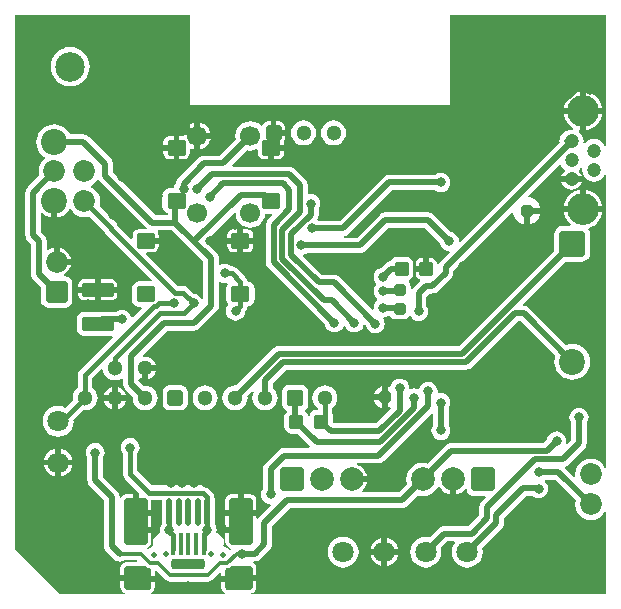
<source format=gbl>
%FSLAX44Y44*%
%MOMM*%
G71*
G01*
G75*
G04 Layer_Physical_Order=2*
G04 Layer_Color=16711680*
G04:AMPARAMS|DCode=10|XSize=1mm|YSize=0.95mm|CornerRadius=0.1995mm|HoleSize=0mm|Usage=FLASHONLY|Rotation=90.000|XOffset=0mm|YOffset=0mm|HoleType=Round|Shape=RoundedRectangle|*
%AMROUNDEDRECTD10*
21,1,1.0000,0.5510,0,0,90.0*
21,1,0.6010,0.9500,0,0,90.0*
1,1,0.3990,0.2755,0.3005*
1,1,0.3990,0.2755,-0.3005*
1,1,0.3990,-0.2755,-0.3005*
1,1,0.3990,-0.2755,0.3005*
%
%ADD10ROUNDEDRECTD10*%
G04:AMPARAMS|DCode=11|XSize=1.05mm|YSize=0.65mm|CornerRadius=0.2015mm|HoleSize=0mm|Usage=FLASHONLY|Rotation=0.000|XOffset=0mm|YOffset=0mm|HoleType=Round|Shape=RoundedRectangle|*
%AMROUNDEDRECTD11*
21,1,1.0500,0.2470,0,0,0.0*
21,1,0.6470,0.6500,0,0,0.0*
1,1,0.4030,0.3235,-0.1235*
1,1,0.4030,-0.3235,-0.1235*
1,1,0.4030,-0.3235,0.1235*
1,1,0.4030,0.3235,0.1235*
%
%ADD11ROUNDEDRECTD11*%
G04:AMPARAMS|DCode=12|XSize=1mm|YSize=0.9mm|CornerRadius=0.198mm|HoleSize=0mm|Usage=FLASHONLY|Rotation=270.000|XOffset=0mm|YOffset=0mm|HoleType=Round|Shape=RoundedRectangle|*
%AMROUNDEDRECTD12*
21,1,1.0000,0.5040,0,0,270.0*
21,1,0.6040,0.9000,0,0,270.0*
1,1,0.3960,-0.2520,-0.3020*
1,1,0.3960,-0.2520,0.3020*
1,1,0.3960,0.2520,0.3020*
1,1,0.3960,0.2520,-0.3020*
%
%ADD12ROUNDEDRECTD12*%
G04:AMPARAMS|DCode=13|XSize=1.45mm|YSize=1.15mm|CornerRadius=0.2013mm|HoleSize=0mm|Usage=FLASHONLY|Rotation=270.000|XOffset=0mm|YOffset=0mm|HoleType=Round|Shape=RoundedRectangle|*
%AMROUNDEDRECTD13*
21,1,1.4500,0.7475,0,0,270.0*
21,1,1.0475,1.1500,0,0,270.0*
1,1,0.4025,-0.3738,-0.5238*
1,1,0.4025,-0.3738,0.5238*
1,1,0.4025,0.3738,0.5238*
1,1,0.4025,0.3738,-0.5238*
%
%ADD13ROUNDEDRECTD13*%
G04:AMPARAMS|DCode=14|XSize=2.5mm|YSize=2mm|CornerRadius=0.25mm|HoleSize=0mm|Usage=FLASHONLY|Rotation=270.000|XOffset=0mm|YOffset=0mm|HoleType=Round|Shape=RoundedRectangle|*
%AMROUNDEDRECTD14*
21,1,2.5000,1.5000,0,0,270.0*
21,1,2.0000,2.0000,0,0,270.0*
1,1,0.5000,-0.7500,-1.0000*
1,1,0.5000,-0.7500,1.0000*
1,1,0.5000,0.7500,1.0000*
1,1,0.5000,0.7500,-1.0000*
%
%ADD14ROUNDEDRECTD14*%
G04:AMPARAMS|DCode=15|XSize=1mm|YSize=0.9mm|CornerRadius=0.198mm|HoleSize=0mm|Usage=FLASHONLY|Rotation=0.000|XOffset=0mm|YOffset=0mm|HoleType=Round|Shape=RoundedRectangle|*
%AMROUNDEDRECTD15*
21,1,1.0000,0.5040,0,0,0.0*
21,1,0.6040,0.9000,0,0,0.0*
1,1,0.3960,0.3020,-0.2520*
1,1,0.3960,-0.3020,-0.2520*
1,1,0.3960,-0.3020,0.2520*
1,1,0.3960,0.3020,0.2520*
%
%ADD15ROUNDEDRECTD15*%
%ADD16O,0.5000X2.5000*%
%ADD17O,2.5000X0.5000*%
G04:AMPARAMS|DCode=18|XSize=0.7mm|YSize=1.5mm|CornerRadius=0.175mm|HoleSize=0mm|Usage=FLASHONLY|Rotation=180.000|XOffset=0mm|YOffset=0mm|HoleType=Round|Shape=RoundedRectangle|*
%AMROUNDEDRECTD18*
21,1,0.7000,1.1500,0,0,180.0*
21,1,0.3500,1.5000,0,0,180.0*
1,1,0.3500,-0.1750,0.5750*
1,1,0.3500,0.1750,0.5750*
1,1,0.3500,0.1750,-0.5750*
1,1,0.3500,-0.1750,-0.5750*
%
%ADD18ROUNDEDRECTD18*%
G04:AMPARAMS|DCode=19|XSize=0.8mm|YSize=2mm|CornerRadius=0.2mm|HoleSize=0mm|Usage=FLASHONLY|Rotation=0.000|XOffset=0mm|YOffset=0mm|HoleType=Round|Shape=RoundedRectangle|*
%AMROUNDEDRECTD19*
21,1,0.8000,1.6000,0,0,0.0*
21,1,0.4000,2.0000,0,0,0.0*
1,1,0.4000,0.2000,-0.8000*
1,1,0.4000,-0.2000,-0.8000*
1,1,0.4000,-0.2000,0.8000*
1,1,0.4000,0.2000,0.8000*
%
%ADD19ROUNDEDRECTD19*%
G04:AMPARAMS|DCode=20|XSize=0.7mm|YSize=1mm|CornerRadius=0.175mm|HoleSize=0mm|Usage=FLASHONLY|Rotation=180.000|XOffset=0mm|YOffset=0mm|HoleType=Round|Shape=RoundedRectangle|*
%AMROUNDEDRECTD20*
21,1,0.7000,0.6500,0,0,180.0*
21,1,0.3500,1.0000,0,0,180.0*
1,1,0.3500,-0.1750,0.3250*
1,1,0.3500,0.1750,0.3250*
1,1,0.3500,0.1750,-0.3250*
1,1,0.3500,-0.1750,-0.3250*
%
%ADD20ROUNDEDRECTD20*%
G04:AMPARAMS|DCode=21|XSize=1.2mm|YSize=2mm|CornerRadius=0.3mm|HoleSize=0mm|Usage=FLASHONLY|Rotation=180.000|XOffset=0mm|YOffset=0mm|HoleType=Round|Shape=RoundedRectangle|*
%AMROUNDEDRECTD21*
21,1,1.2000,1.4000,0,0,180.0*
21,1,0.6000,2.0000,0,0,180.0*
1,1,0.6000,-0.3000,0.7000*
1,1,0.6000,0.3000,0.7000*
1,1,0.6000,0.3000,-0.7000*
1,1,0.6000,-0.3000,-0.7000*
%
%ADD21ROUNDEDRECTD21*%
G04:AMPARAMS|DCode=22|XSize=1mm|YSize=0.95mm|CornerRadius=0.1995mm|HoleSize=0mm|Usage=FLASHONLY|Rotation=180.000|XOffset=0mm|YOffset=0mm|HoleType=Round|Shape=RoundedRectangle|*
%AMROUNDEDRECTD22*
21,1,1.0000,0.5510,0,0,180.0*
21,1,0.6010,0.9500,0,0,180.0*
1,1,0.3990,-0.3005,0.2755*
1,1,0.3990,0.3005,0.2755*
1,1,0.3990,0.3005,-0.2755*
1,1,0.3990,-0.3005,-0.2755*
%
%ADD22ROUNDEDRECTD22*%
%ADD23R,0.4000X1.4000*%
G04:AMPARAMS|DCode=24|XSize=1.8mm|YSize=1.9mm|CornerRadius=0.45mm|HoleSize=0mm|Usage=FLASHONLY|Rotation=0.000|XOffset=0mm|YOffset=0mm|HoleType=Round|Shape=RoundedRectangle|*
%AMROUNDEDRECTD24*
21,1,1.8000,1.0000,0,0,0.0*
21,1,0.9000,1.9000,0,0,0.0*
1,1,0.9000,0.4500,-0.5000*
1,1,0.9000,-0.4500,-0.5000*
1,1,0.9000,-0.4500,0.5000*
1,1,0.9000,0.4500,0.5000*
%
%ADD24ROUNDEDRECTD24*%
%ADD25O,0.7000X2.5000*%
%ADD26O,2.5000X0.7000*%
G04:AMPARAMS|DCode=27|XSize=1.1mm|YSize=0.6mm|CornerRadius=0.201mm|HoleSize=0mm|Usage=FLASHONLY|Rotation=180.000|XOffset=0mm|YOffset=0mm|HoleType=Round|Shape=RoundedRectangle|*
%AMROUNDEDRECTD27*
21,1,1.1000,0.1980,0,0,180.0*
21,1,0.6980,0.6000,0,0,180.0*
1,1,0.4020,-0.3490,0.0990*
1,1,0.4020,0.3490,0.0990*
1,1,0.4020,0.3490,-0.0990*
1,1,0.4020,-0.3490,-0.0990*
%
%ADD27ROUNDEDRECTD27*%
G04:AMPARAMS|DCode=28|XSize=2.3mm|YSize=0.5mm|CornerRadius=0.2mm|HoleSize=0mm|Usage=FLASHONLY|Rotation=90.000|XOffset=0mm|YOffset=0mm|HoleType=Round|Shape=RoundedRectangle|*
%AMROUNDEDRECTD28*
21,1,2.3000,0.1000,0,0,90.0*
21,1,1.9000,0.5000,0,0,90.0*
1,1,0.4000,0.0500,0.9500*
1,1,0.4000,0.0500,-0.9500*
1,1,0.4000,-0.0500,-0.9500*
1,1,0.4000,-0.0500,0.9500*
%
%ADD28ROUNDEDRECTD28*%
G04:AMPARAMS|DCode=29|XSize=2.5mm|YSize=2mm|CornerRadius=0.2mm|HoleSize=0mm|Usage=FLASHONLY|Rotation=90.000|XOffset=0mm|YOffset=0mm|HoleType=Round|Shape=RoundedRectangle|*
%AMROUNDEDRECTD29*
21,1,2.5000,1.6000,0,0,90.0*
21,1,2.1000,2.0000,0,0,90.0*
1,1,0.4000,0.8000,1.0500*
1,1,0.4000,0.8000,-1.0500*
1,1,0.4000,-0.8000,-1.0500*
1,1,0.4000,-0.8000,1.0500*
%
%ADD29ROUNDEDRECTD29*%
G04:AMPARAMS|DCode=30|XSize=2.5mm|YSize=1.7mm|CornerRadius=0.204mm|HoleSize=0mm|Usage=FLASHONLY|Rotation=0.000|XOffset=0mm|YOffset=0mm|HoleType=Round|Shape=RoundedRectangle|*
%AMROUNDEDRECTD30*
21,1,2.5000,1.2920,0,0,0.0*
21,1,2.0920,1.7000,0,0,0.0*
1,1,0.4080,1.0460,-0.6460*
1,1,0.4080,-1.0460,-0.6460*
1,1,0.4080,-1.0460,0.6460*
1,1,0.4080,1.0460,0.6460*
%
%ADD30ROUNDEDRECTD30*%
G04:AMPARAMS|DCode=31|XSize=0.5mm|YSize=0.6mm|CornerRadius=0.1625mm|HoleSize=0mm|Usage=FLASHONLY|Rotation=270.000|XOffset=0mm|YOffset=0mm|HoleType=Round|Shape=RoundedRectangle|*
%AMROUNDEDRECTD31*
21,1,0.5000,0.2750,0,0,270.0*
21,1,0.1750,0.6000,0,0,270.0*
1,1,0.3250,-0.1375,-0.0875*
1,1,0.3250,-0.1375,0.0875*
1,1,0.3250,0.1375,0.0875*
1,1,0.3250,0.1375,-0.0875*
%
%ADD31ROUNDEDRECTD31*%
G04:AMPARAMS|DCode=32|XSize=0.67mm|YSize=0.67mm|CornerRadius=0.1508mm|HoleSize=0mm|Usage=FLASHONLY|Rotation=270.000|XOffset=0mm|YOffset=0mm|HoleType=Round|Shape=RoundedRectangle|*
%AMROUNDEDRECTD32*
21,1,0.6700,0.3685,0,0,270.0*
21,1,0.3685,0.6700,0,0,270.0*
1,1,0.3015,-0.1843,-0.1843*
1,1,0.3015,-0.1843,0.1843*
1,1,0.3015,0.1843,0.1843*
1,1,0.3015,0.1843,-0.1843*
%
%ADD32ROUNDEDRECTD32*%
G04:AMPARAMS|DCode=33|XSize=1.05mm|YSize=0.65mm|CornerRadius=0.2015mm|HoleSize=0mm|Usage=FLASHONLY|Rotation=90.000|XOffset=0mm|YOffset=0mm|HoleType=Round|Shape=RoundedRectangle|*
%AMROUNDEDRECTD33*
21,1,1.0500,0.2470,0,0,90.0*
21,1,0.6470,0.6500,0,0,90.0*
1,1,0.4030,0.1235,0.3235*
1,1,0.4030,0.1235,-0.3235*
1,1,0.4030,-0.1235,-0.3235*
1,1,0.4030,-0.1235,0.3235*
%
%ADD33ROUNDEDRECTD33*%
G04:AMPARAMS|DCode=34|XSize=2.5mm|YSize=1.7mm|CornerRadius=0.204mm|HoleSize=0mm|Usage=FLASHONLY|Rotation=90.000|XOffset=0mm|YOffset=0mm|HoleType=Round|Shape=RoundedRectangle|*
%AMROUNDEDRECTD34*
21,1,2.5000,1.2920,0,0,90.0*
21,1,2.0920,1.7000,0,0,90.0*
1,1,0.4080,0.6460,1.0460*
1,1,0.4080,0.6460,-1.0460*
1,1,0.4080,-0.6460,-1.0460*
1,1,0.4080,-0.6460,1.0460*
%
%ADD34ROUNDEDRECTD34*%
%ADD35R,0.4000X1.6000*%
%ADD36C,0.5000*%
%ADD37C,1.2000*%
%ADD38C,0.4000*%
%ADD39C,1.8500*%
%ADD40C,2.2000*%
%ADD41C,1.7000*%
%ADD42C,0.5000*%
G04:AMPARAMS|DCode=43|XSize=1.85mm|YSize=1.85mm|CornerRadius=0.2313mm|HoleSize=0mm|Usage=FLASHONLY|Rotation=270.000|XOffset=0mm|YOffset=0mm|HoleType=Round|Shape=RoundedRectangle|*
%AMROUNDEDRECTD43*
21,1,1.8500,1.3875,0,0,270.0*
21,1,1.3875,1.8500,0,0,270.0*
1,1,0.4625,-0.6937,-0.6937*
1,1,0.4625,-0.6937,0.6937*
1,1,0.4625,0.6937,0.6937*
1,1,0.4625,0.6937,-0.6937*
%
%ADD43ROUNDEDRECTD43*%
%ADD44C,1.8000*%
%ADD45C,2.5000*%
%ADD46C,1.3000*%
G04:AMPARAMS|DCode=47|XSize=1.3mm|YSize=1.3mm|CornerRadius=0.1625mm|HoleSize=0mm|Usage=FLASHONLY|Rotation=180.000|XOffset=0mm|YOffset=0mm|HoleType=Round|Shape=RoundedRectangle|*
%AMROUNDEDRECTD47*
21,1,1.3000,0.9750,0,0,180.0*
21,1,0.9750,1.3000,0,0,180.0*
1,1,0.3250,-0.4875,0.4875*
1,1,0.3250,0.4875,0.4875*
1,1,0.3250,0.4875,-0.4875*
1,1,0.3250,-0.4875,-0.4875*
%
%ADD47ROUNDEDRECTD47*%
%ADD48C,2.0000*%
G04:AMPARAMS|DCode=49|XSize=2mm|YSize=2mm|CornerRadius=0.25mm|HoleSize=0mm|Usage=FLASHONLY|Rotation=0.000|XOffset=0mm|YOffset=0mm|HoleType=Round|Shape=RoundedRectangle|*
%AMROUNDEDRECTD49*
21,1,2.0000,1.5000,0,0,0.0*
21,1,1.5000,2.0000,0,0,0.0*
1,1,0.5000,0.7500,-0.7500*
1,1,0.5000,-0.7500,-0.7500*
1,1,0.5000,-0.7500,0.7500*
1,1,0.5000,0.7500,0.7500*
%
%ADD49ROUNDEDRECTD49*%
G04:AMPARAMS|DCode=50|XSize=2.2mm|YSize=2.2mm|CornerRadius=0.275mm|HoleSize=0mm|Usage=FLASHONLY|Rotation=90.000|XOffset=0mm|YOffset=0mm|HoleType=Round|Shape=RoundedRectangle|*
%AMROUNDEDRECTD50*
21,1,2.2000,1.6500,0,0,90.0*
21,1,1.6500,2.2000,0,0,90.0*
1,1,0.5500,0.8250,0.8250*
1,1,0.5500,0.8250,-0.8250*
1,1,0.5500,-0.8250,-0.8250*
1,1,0.5500,-0.8250,0.8250*
%
%ADD50ROUNDEDRECTD50*%
G04:AMPARAMS|DCode=51|XSize=1.4mm|YSize=1.4mm|CornerRadius=0.175mm|HoleSize=0mm|Usage=FLASHONLY|Rotation=0.000|XOffset=0mm|YOffset=0mm|HoleType=Round|Shape=RoundedRectangle|*
%AMROUNDEDRECTD51*
21,1,1.4000,1.0500,0,0,0.0*
21,1,1.0500,1.4000,0,0,0.0*
1,1,0.3500,0.5250,-0.5250*
1,1,0.3500,-0.5250,-0.5250*
1,1,0.3500,-0.5250,0.5250*
1,1,0.3500,0.5250,0.5250*
%
%ADD51ROUNDEDRECTD51*%
G04:AMPARAMS|DCode=52|XSize=1mm|YSize=1mm|CornerRadius=0.25mm|HoleSize=0mm|Usage=FLASHONLY|Rotation=90.000|XOffset=0mm|YOffset=0mm|HoleType=Round|Shape=RoundedRectangle|*
%AMROUNDEDRECTD52*
21,1,1.0000,0.5000,0,0,90.0*
21,1,0.5000,1.0000,0,0,90.0*
1,1,0.5000,0.2500,0.2500*
1,1,0.5000,0.2500,-0.2500*
1,1,0.5000,-0.2500,-0.2500*
1,1,0.5000,-0.2500,0.2500*
%
%ADD52ROUNDEDRECTD52*%
%ADD53C,0.1000*%
%ADD54C,7.0000*%
G04:AMPARAMS|DCode=55|XSize=0.9mm|YSize=2.8mm|CornerRadius=0.225mm|HoleSize=0mm|Usage=FLASHONLY|Rotation=90.000|XOffset=0mm|YOffset=0mm|HoleType=Round|Shape=RoundedRectangle|*
%AMROUNDEDRECTD55*
21,1,0.9000,2.3500,0,0,90.0*
21,1,0.4500,2.8000,0,0,90.0*
1,1,0.4500,1.1750,0.2250*
1,1,0.4500,1.1750,-0.2250*
1,1,0.4500,-1.1750,-0.2250*
1,1,0.4500,-1.1750,0.2250*
%
%ADD55ROUNDEDRECTD55*%
%ADD56C,2.7000*%
%ADD57C,1.2000*%
%ADD58C,0.8000*%
G04:AMPARAMS|DCode=59|XSize=2mm|YSize=2mm|CornerRadius=0.2mm|HoleSize=0mm|Usage=FLASHONLY|Rotation=90.000|XOffset=0mm|YOffset=0mm|HoleType=Round|Shape=RoundedRectangle|*
%AMROUNDEDRECTD59*
21,1,2.0000,1.6000,0,0,90.0*
21,1,1.6000,2.0000,0,0,90.0*
1,1,0.4000,0.8000,0.8000*
1,1,0.4000,0.8000,-0.8000*
1,1,0.4000,-0.8000,-0.8000*
1,1,0.4000,-0.8000,0.8000*
%
%ADD59ROUNDEDRECTD59*%
G04:AMPARAMS|DCode=60|XSize=1.7mm|YSize=1.9mm|CornerRadius=0.2125mm|HoleSize=0mm|Usage=FLASHONLY|Rotation=180.000|XOffset=0mm|YOffset=0mm|HoleType=Round|Shape=RoundedRectangle|*
%AMROUNDEDRECTD60*
21,1,1.7000,1.4750,0,0,180.0*
21,1,1.2750,1.9000,0,0,180.0*
1,1,0.4250,-0.6375,0.7375*
1,1,0.4250,0.6375,0.7375*
1,1,0.4250,0.6375,-0.7375*
1,1,0.4250,-0.6375,-0.7375*
%
%ADD60ROUNDEDRECTD60*%
G04:AMPARAMS|DCode=61|XSize=1.8mm|YSize=1.9mm|CornerRadius=0.225mm|HoleSize=0mm|Usage=FLASHONLY|Rotation=180.000|XOffset=0mm|YOffset=0mm|HoleType=Round|Shape=RoundedRectangle|*
%AMROUNDEDRECTD61*
21,1,1.8000,1.4500,0,0,180.0*
21,1,1.3500,1.9000,0,0,180.0*
1,1,0.4500,-0.6750,0.7250*
1,1,0.4500,0.6750,0.7250*
1,1,0.4500,0.6750,-0.7250*
1,1,0.4500,-0.6750,-0.7250*
%
%ADD61ROUNDEDRECTD61*%
G04:AMPARAMS|DCode=62|XSize=1.6mm|YSize=1.3mm|CornerRadius=0.2015mm|HoleSize=0mm|Usage=FLASHONLY|Rotation=180.000|XOffset=0mm|YOffset=0mm|HoleType=Round|Shape=RoundedRectangle|*
%AMROUNDEDRECTD62*
21,1,1.6000,0.8970,0,0,180.0*
21,1,1.1970,1.3000,0,0,180.0*
1,1,0.4030,-0.5985,0.4485*
1,1,0.4030,0.5985,0.4485*
1,1,0.4030,0.5985,-0.4485*
1,1,0.4030,-0.5985,-0.4485*
%
%ADD62ROUNDEDRECTD62*%
G04:AMPARAMS|DCode=63|XSize=2.7mm|YSize=1.2mm|CornerRadius=0.21mm|HoleSize=0mm|Usage=FLASHONLY|Rotation=0.000|XOffset=0mm|YOffset=0mm|HoleType=Round|Shape=RoundedRectangle|*
%AMROUNDEDRECTD63*
21,1,2.7000,0.7800,0,0,0.0*
21,1,2.2800,1.2000,0,0,0.0*
1,1,0.4200,1.1400,-0.3900*
1,1,0.4200,-1.1400,-0.3900*
1,1,0.4200,-1.1400,0.3900*
1,1,0.4200,1.1400,0.3900*
%
%ADD63ROUNDEDRECTD63*%
G04:AMPARAMS|DCode=64|XSize=1.2mm|YSize=1.2mm|CornerRadius=0.198mm|HoleSize=0mm|Usage=FLASHONLY|Rotation=0.000|XOffset=0mm|YOffset=0mm|HoleType=Round|Shape=RoundedRectangle|*
%AMROUNDEDRECTD64*
21,1,1.2000,0.8040,0,0,0.0*
21,1,0.8040,1.2000,0,0,0.0*
1,1,0.3960,0.4020,-0.4020*
1,1,0.3960,-0.4020,-0.4020*
1,1,0.3960,-0.4020,0.4020*
1,1,0.3960,0.4020,0.4020*
%
%ADD64ROUNDEDRECTD64*%
G04:AMPARAMS|DCode=65|XSize=0.7mm|YSize=2.5mm|CornerRadius=0.175mm|HoleSize=0mm|Usage=FLASHONLY|Rotation=0.000|XOffset=0mm|YOffset=0mm|HoleType=Round|Shape=RoundedRectangle|*
%AMROUNDEDRECTD65*
21,1,0.7000,2.1500,0,0,0.0*
21,1,0.3500,2.5000,0,0,0.0*
1,1,0.3500,0.1750,-1.0750*
1,1,0.3500,-0.1750,-1.0750*
1,1,0.3500,-0.1750,1.0750*
1,1,0.3500,0.1750,1.0750*
%
%ADD65ROUNDEDRECTD65*%
%ADD66C,0.3000*%
%ADD67C,5.0000*%
G36*
X326500Y37717D02*
X327394Y37835D01*
X330556Y39144D01*
X333272Y41228D01*
X334231Y42479D01*
X335559Y42123D01*
X335667Y41303D01*
X336322Y39722D01*
X337364Y38364D01*
X338722Y37322D01*
X340303Y36667D01*
X342000Y36444D01*
X351513D01*
X351999Y35271D01*
X348364Y31636D01*
X347322Y30278D01*
X346939Y29352D01*
X346667Y28697D01*
X346444Y27000D01*
Y20316D01*
X337184Y11056D01*
X316500D01*
X314803Y10833D01*
X314148Y10561D01*
X313222Y10178D01*
X311864Y9136D01*
X304394Y1665D01*
X304394D01*
X301000Y2112D01*
X297606Y1665D01*
X294444Y355D01*
X291728Y-1728D01*
X289645Y-4444D01*
X288335Y-7606D01*
X287888Y-11000D01*
X288335Y-14394D01*
X289645Y-17556D01*
X291728Y-20272D01*
X294444Y-22355D01*
X297606Y-23665D01*
X301000Y-24112D01*
X304394Y-23665D01*
X307556Y-22355D01*
X310272Y-20272D01*
X312355Y-17556D01*
X313665Y-14394D01*
X314112Y-11000D01*
X313665Y-7606D01*
Y-7606D01*
X319216Y-2056D01*
X325041D01*
X325603Y-3195D01*
X324645Y-4444D01*
X323335Y-7606D01*
X322888Y-11000D01*
X323335Y-14394D01*
X324645Y-17556D01*
X326728Y-20272D01*
X329444Y-22355D01*
X332606Y-23665D01*
X336000Y-24112D01*
X339394Y-23665D01*
X342556Y-22355D01*
X345272Y-20272D01*
X347355Y-17556D01*
X348665Y-14394D01*
X349112Y-11000D01*
X348665Y-7606D01*
X365136Y8864D01*
X366178Y10222D01*
X366641Y11340D01*
X366833Y11803D01*
X367056Y13500D01*
Y17534D01*
X386216Y36694D01*
X391251D01*
X392466Y35762D01*
X394412Y34956D01*
X396500Y34681D01*
X398588Y34956D01*
X400535Y35762D01*
X402206Y37044D01*
X403488Y38716D01*
X404294Y40662D01*
X404569Y42750D01*
X404294Y44838D01*
X403488Y46785D01*
X402206Y48456D01*
X401595Y48924D01*
X402026Y50194D01*
X410584D01*
X427893Y32885D01*
X427841Y32759D01*
X427386Y29300D01*
X427841Y25841D01*
X429176Y22618D01*
X431300Y19850D01*
X434068Y17726D01*
X437291Y16391D01*
X440750Y15936D01*
X444209Y16391D01*
X447432Y17726D01*
X450200Y19850D01*
X452324Y22618D01*
X452671Y23456D01*
X453941Y23204D01*
Y-46941D01*
X153513D01*
X153388Y-45671D01*
X154451Y-45460D01*
X156105Y-44355D01*
X157210Y-42701D01*
X157598Y-40750D01*
Y-35250D01*
X144500D01*
Y-30250D01*
X157598D01*
Y-24750D01*
X157210Y-22799D01*
X156105Y-21145D01*
X154533Y-20095D01*
X154520Y-20002D01*
X155242Y-18825D01*
X156231D01*
X157928Y-18602D01*
X158583Y-18330D01*
X159509Y-17947D01*
X160867Y-16905D01*
X169043Y-8729D01*
X170085Y-7371D01*
X170740Y-5790D01*
X170963Y-4093D01*
Y11192D01*
X186216Y26444D01*
X281000D01*
X282697Y26667D01*
X283487Y26995D01*
X284278Y27322D01*
X285636Y28364D01*
X294341Y37069D01*
X294845Y36860D01*
X298500Y36379D01*
X302155Y36860D01*
X305560Y38271D01*
X308485Y40515D01*
X310729Y43440D01*
X311156Y44471D01*
X312426D01*
X312645Y43944D01*
X314728Y41228D01*
X317444Y39144D01*
X320606Y37835D01*
X321500Y37717D01*
Y50500D01*
X326500D01*
Y37717D01*
D02*
G37*
G36*
X24378Y303809D02*
X24903Y303125D01*
X64660Y263368D01*
X64659Y263352D01*
X64227Y262098D01*
X58015D01*
X56058Y261709D01*
X54399Y260601D01*
X53291Y258942D01*
X52902Y256985D01*
Y254933D01*
X51728Y254447D01*
X39984Y266191D01*
X39226Y267326D01*
X24575Y281976D01*
X24809Y282541D01*
X25264Y286000D01*
X24809Y289459D01*
X23474Y292682D01*
X21350Y295450D01*
X18582Y297574D01*
X17396Y298065D01*
Y299335D01*
X18582Y299826D01*
X21350Y301950D01*
X22814Y303857D01*
X24378Y303809D01*
D02*
G37*
G36*
X313113Y250615D02*
X313206Y249912D01*
X314012Y247966D01*
X315294Y246294D01*
X316966Y245012D01*
X318912Y244206D01*
X320658Y243976D01*
X321265Y242787D01*
X313114Y234636D01*
X312072Y233279D01*
X311868Y232784D01*
X310597Y233020D01*
X310211Y234963D01*
X309110Y236610D01*
X307463Y237711D01*
X305520Y238097D01*
X304000D01*
Y229000D01*
X301500D01*
Y226500D01*
X292402D01*
Y224980D01*
X292789Y223037D01*
X293890Y221390D01*
X295537Y220289D01*
X296188Y220159D01*
X296513Y219189D01*
X296526Y218797D01*
X290364Y212636D01*
X289387Y211363D01*
X289251Y211358D01*
X288117Y212066D01*
Y213755D01*
X287652Y216094D01*
X286404Y217963D01*
X286611Y219299D01*
X286853Y219347D01*
X288831Y220669D01*
X290153Y222647D01*
X290617Y224980D01*
Y233020D01*
X290153Y235353D01*
X288831Y237331D01*
X286853Y238653D01*
X284520Y239117D01*
X276480D01*
X274147Y238653D01*
X272169Y237331D01*
X270884Y235409D01*
X270303Y235333D01*
X269648Y235061D01*
X268722Y234678D01*
X267364Y233636D01*
X263615Y229887D01*
X262912Y229794D01*
X260965Y228988D01*
X259294Y227706D01*
X258012Y226035D01*
X257206Y224088D01*
X256931Y222000D01*
X257206Y219912D01*
X258012Y217966D01*
X258806Y216931D01*
X259177Y216000D01*
X258806Y215069D01*
X258012Y214035D01*
X257206Y212088D01*
X256931Y210000D01*
X257206Y207912D01*
X258012Y205965D01*
X259294Y204294D01*
X259938Y203800D01*
Y202200D01*
X259294Y201706D01*
X258012Y200035D01*
X257206Y198088D01*
X256931Y196000D01*
X257107Y194660D01*
X255905Y194067D01*
X227986Y221986D01*
X226628Y223028D01*
X225702Y223411D01*
X225047Y223683D01*
X223350Y223906D01*
X213066D01*
X197243Y239729D01*
X197651Y240931D01*
X197838Y240956D01*
X199785Y241762D01*
X200347Y242194D01*
X245285D01*
X246982Y242417D01*
X247637Y242689D01*
X248563Y243072D01*
X249921Y244114D01*
X269251Y263444D01*
X300284D01*
X313113Y250615D01*
D02*
G37*
G36*
X80735Y-34665D02*
X82554Y-35881D01*
X84700Y-36308D01*
X116300D01*
X118446Y-35881D01*
X120265Y-34665D01*
X126724Y-28207D01*
X127897Y-28693D01*
Y-31000D01*
X140000D01*
Y-36000D01*
X127897D01*
Y-40750D01*
X128305Y-42798D01*
X129465Y-44535D01*
X131201Y-45695D01*
X130956Y-46941D01*
X68675D01*
X68402Y-45767D01*
X68422Y-45671D01*
X70070Y-44570D01*
X71203Y-42875D01*
X71600Y-40875D01*
Y-36000D01*
X60000D01*
Y-31000D01*
X71600D01*
Y-27327D01*
X72870Y-26801D01*
X80735Y-34665D01*
D02*
G37*
G36*
X453941Y332991D02*
X452671Y332739D01*
X452234Y333793D01*
X450632Y335882D01*
X448543Y337485D01*
X446110Y338493D01*
X443499Y338836D01*
X440889Y338493D01*
X438456Y337485D01*
X436367Y335882D01*
X435625Y334915D01*
X434410Y335418D01*
X434586Y336750D01*
X434242Y339361D01*
X433234Y341793D01*
X431632Y343882D01*
X430462Y344780D01*
X430618Y345401D01*
X431003Y345965D01*
X431500Y345916D01*
Y359750D01*
X417666D01*
X417739Y359015D01*
X418682Y355905D01*
X420214Y353039D01*
X422276Y350526D01*
X424789Y348464D01*
X425745Y347953D01*
X425350Y346724D01*
X424500Y346836D01*
X421889Y346493D01*
X419456Y345485D01*
X417368Y343882D01*
X415765Y341793D01*
X414757Y339361D01*
X414739Y339223D01*
X414417Y338447D01*
X414194Y336750D01*
X414314Y335836D01*
X330213Y251735D01*
X329024Y252342D01*
X328794Y254088D01*
X327988Y256035D01*
X326706Y257706D01*
X325034Y258988D01*
X323088Y259794D01*
X322385Y259887D01*
X307636Y274636D01*
X306278Y275678D01*
X305352Y276061D01*
X304697Y276333D01*
X303000Y276556D01*
X266535D01*
X264839Y276333D01*
X263842Y275920D01*
X263258Y275678D01*
X261900Y274636D01*
X242570Y255306D01*
X232087D01*
X232004Y256576D01*
X232697Y256667D01*
X233487Y256995D01*
X234278Y257322D01*
X235636Y258364D01*
X272716Y295444D01*
X309203D01*
X309765Y295012D01*
X311712Y294206D01*
X313800Y293931D01*
X315888Y294206D01*
X317834Y295012D01*
X319506Y296294D01*
X320788Y297966D01*
X321594Y299912D01*
X321869Y302000D01*
X321594Y304088D01*
X320788Y306035D01*
X319506Y307706D01*
X317834Y308988D01*
X315888Y309794D01*
X313800Y310069D01*
X311712Y309794D01*
X309765Y308988D01*
X309203Y308556D01*
X270000D01*
X268303Y308333D01*
X267306Y307920D01*
X266722Y307678D01*
X265364Y306636D01*
X228284Y269556D01*
X209551D01*
X208887Y270650D01*
X209112Y271070D01*
X209395Y271439D01*
X209778Y272365D01*
X210050Y273020D01*
X210273Y274717D01*
Y279403D01*
X210705Y279965D01*
X211511Y281912D01*
X211786Y284000D01*
X211511Y286088D01*
X210705Y288034D01*
X209423Y289706D01*
X207752Y290988D01*
X205805Y291794D01*
X203717Y292069D01*
X202326Y291886D01*
X201056Y292818D01*
Y299750D01*
X200833Y301447D01*
X200641Y301910D01*
X200178Y303028D01*
X199136Y304386D01*
X190136Y313386D01*
X188778Y314428D01*
X187987Y314755D01*
X187197Y315083D01*
X185500Y315306D01*
X137487D01*
X137001Y316479D01*
X149552Y329030D01*
X152500Y328642D01*
X155763Y329072D01*
X157631Y329846D01*
X158901Y328997D01*
Y326764D01*
X159291Y324808D01*
X160399Y323149D01*
X162058Y322040D01*
X164014Y321651D01*
X167500D01*
Y331249D01*
X170000D01*
Y333749D01*
X181098D01*
Y335734D01*
X180908Y336687D01*
X181332Y337320D01*
X181691Y339125D01*
Y341500D01*
X172100D01*
Y344000D01*
X169600D01*
Y353591D01*
X167225D01*
X165420Y353232D01*
X163891Y352209D01*
X162868Y350680D01*
X162817Y350424D01*
X161460Y350107D01*
X161415Y350165D01*
X158804Y352169D01*
X155763Y353428D01*
X152500Y353858D01*
X149237Y353428D01*
X146196Y352169D01*
X143585Y350165D01*
X141581Y347554D01*
X140322Y344513D01*
X139892Y341250D01*
X140280Y338302D01*
X126534Y324556D01*
X113000D01*
X111303Y324333D01*
X110840Y324141D01*
X109722Y323678D01*
X108364Y322636D01*
X91362Y305633D01*
X90320Y304275D01*
X89936Y303349D01*
X89665Y302694D01*
X89441Y300997D01*
Y300892D01*
X89009Y300329D01*
X88203Y298383D01*
X88004Y296867D01*
X84015D01*
X81668Y296400D01*
X79678Y295071D01*
X78348Y293081D01*
X77882Y290734D01*
Y281764D01*
X78348Y279417D01*
X79678Y277428D01*
X81668Y276098D01*
X82444Y275944D01*
Y274556D01*
X72015D01*
X36095Y310476D01*
Y317651D01*
X35871Y319348D01*
X35458Y320345D01*
X35216Y320929D01*
X34174Y322287D01*
X15825Y340636D01*
X14468Y341678D01*
X13677Y342005D01*
X12886Y342333D01*
X11190Y342556D01*
X4D01*
X-968Y344374D01*
X-2842Y346658D01*
X-5126Y348532D01*
X-7732Y349925D01*
X-10560Y350783D01*
X-13500Y351073D01*
X-16441Y350783D01*
X-19268Y349925D01*
X-21874Y348532D01*
X-24158Y346658D01*
X-26032Y344374D01*
X-27425Y341768D01*
X-28283Y338941D01*
X-28572Y336000D01*
X-28283Y333060D01*
X-27425Y330232D01*
X-26032Y327626D01*
X-24158Y325342D01*
X-21874Y323468D01*
X-21531Y323284D01*
X-21427Y322019D01*
X-22950Y320850D01*
X-25074Y318082D01*
X-26409Y314859D01*
X-26864Y311400D01*
X-26409Y307941D01*
X-26357Y307815D01*
X-36136Y298036D01*
X-37178Y296678D01*
X-37505Y295887D01*
X-37833Y295097D01*
X-38056Y293400D01*
Y257200D01*
X-37833Y255503D01*
X-37505Y254713D01*
X-37178Y253922D01*
X-36136Y252564D01*
X-33056Y249484D01*
Y224300D01*
X-32833Y222603D01*
X-32505Y221812D01*
X-32178Y221022D01*
X-31136Y219664D01*
X-24874Y213402D01*
Y202362D01*
X-24384Y199900D01*
X-22989Y197811D01*
X-20900Y196416D01*
X-18438Y195926D01*
X-4563D01*
X-2100Y196416D01*
X-12Y197811D01*
X1384Y199900D01*
X1874Y202362D01*
Y216238D01*
X1384Y218701D01*
X-12Y220788D01*
X-2100Y222184D01*
X-4563Y222674D01*
X-5205D01*
X-5457Y223944D01*
X-5322Y224000D01*
X-2763Y225963D01*
X-800Y228522D01*
X435Y231502D01*
X527Y232200D01*
X-11500D01*
Y234700D01*
X-14000D01*
Y246727D01*
X-14698Y246635D01*
X-17678Y245400D01*
X-18805Y244536D01*
X-19944Y245097D01*
Y252200D01*
X-20167Y253897D01*
X-20495Y254688D01*
X-20822Y255478D01*
X-21864Y256836D01*
X-24944Y259916D01*
Y275941D01*
X-23741Y276349D01*
X-23485Y276015D01*
X-20560Y273771D01*
X-17155Y272360D01*
X-16000Y272208D01*
Y286000D01*
X-11000D01*
Y272208D01*
X-9845Y272360D01*
X-6440Y273771D01*
X-3515Y276015D01*
X-1271Y278940D01*
X-1029Y279524D01*
X241D01*
X326Y279318D01*
X2450Y276550D01*
X5218Y274426D01*
X8441Y273091D01*
X11900Y272636D01*
X15359Y273091D01*
X15924Y273325D01*
X29816Y259433D01*
X30574Y258298D01*
X69484Y219388D01*
X68958Y218118D01*
X58015D01*
X55668Y217651D01*
X53678Y216322D01*
X52349Y214332D01*
X51882Y211985D01*
Y203015D01*
X52349Y200668D01*
X53678Y198678D01*
X55668Y197349D01*
X58015Y196882D01*
X60171D01*
X60657Y195709D01*
X52767Y187819D01*
X51491Y188338D01*
X50788Y190035D01*
X49506Y191706D01*
X47835Y192988D01*
X45888Y193794D01*
X43800Y194069D01*
X41712Y193794D01*
X39766Y192988D01*
X39203Y192556D01*
X27000D01*
X25303Y192333D01*
X25271Y192320D01*
X11800D01*
X9420Y191846D01*
X7402Y190498D01*
X6054Y188480D01*
X5580Y186100D01*
Y178300D01*
X6054Y175920D01*
X7402Y173902D01*
X9420Y172554D01*
X11800Y172080D01*
X34600D01*
X35390Y172238D01*
X36016Y171067D01*
X8274Y143326D01*
X6948Y141341D01*
X6482Y139000D01*
Y128041D01*
X5111Y126989D01*
X3428Y124795D01*
X2370Y122241D01*
X2009Y119500D01*
X2235Y117787D01*
X-4176Y111376D01*
X-6806Y112465D01*
X-10200Y112912D01*
X-13594Y112465D01*
X-16756Y111155D01*
X-19472Y109072D01*
X-21556Y106356D01*
X-22865Y103194D01*
X-23312Y99800D01*
X-22865Y96406D01*
X-21556Y93244D01*
X-19472Y90528D01*
X-16756Y88444D01*
X-13594Y87135D01*
X-10200Y86688D01*
X-6806Y87135D01*
X-3644Y88444D01*
X-928Y90528D01*
X1155Y93244D01*
X2465Y96406D01*
X2912Y99800D01*
X2754Y101002D01*
X10886Y109135D01*
X12600Y108909D01*
X15341Y109270D01*
X17895Y110328D01*
X20089Y112011D01*
X21772Y114205D01*
X22830Y116759D01*
X23191Y119500D01*
X22830Y122241D01*
X21772Y124795D01*
X20089Y126989D01*
X18717Y128041D01*
Y136466D01*
X26071Y143819D01*
X27412Y143364D01*
X27570Y142159D01*
X28628Y139605D01*
X30311Y137411D01*
X32505Y135728D01*
X35059Y134670D01*
X37800Y134309D01*
X40541Y134670D01*
X43095Y135728D01*
X43505Y136043D01*
X44644Y135481D01*
Y131700D01*
X44867Y130003D01*
X45139Y129348D01*
X45522Y128422D01*
X46564Y127064D01*
X52963Y120666D01*
X52809Y119500D01*
X53170Y116759D01*
X54228Y114205D01*
X55911Y112011D01*
X58105Y110328D01*
X60659Y109270D01*
X63400Y108909D01*
X66141Y109270D01*
X68695Y110328D01*
X70889Y112011D01*
X72572Y114205D01*
X73630Y116759D01*
X73991Y119500D01*
X73630Y122241D01*
X72572Y124795D01*
X70889Y126989D01*
X68695Y128672D01*
X66141Y129730D01*
X63400Y130091D01*
X62235Y129937D01*
X57761Y134411D01*
X57846Y135648D01*
X59026Y136346D01*
X60700Y135653D01*
Y144900D01*
X63200D01*
Y147400D01*
X72447D01*
X71498Y149691D01*
X69976Y151675D01*
X67991Y153198D01*
X65680Y154155D01*
X63200Y154482D01*
X61875Y154307D01*
X61282Y155510D01*
X82316Y176544D01*
X104800D01*
X106497Y176767D01*
X107152Y177039D01*
X108078Y177422D01*
X109436Y178464D01*
X123936Y192964D01*
X124457Y193643D01*
X124978Y194322D01*
X125633Y195903D01*
X125856Y197600D01*
Y217262D01*
X127126Y217863D01*
X128712Y217206D01*
X130800Y216931D01*
X132855Y217202D01*
X132961Y217089D01*
X133528Y216096D01*
X132349Y214332D01*
X131882Y211985D01*
Y203015D01*
X132349Y200668D01*
X133678Y198678D01*
X133784Y198040D01*
X133012Y197034D01*
X132206Y195088D01*
X131931Y193000D01*
X132206Y190912D01*
X133012Y188965D01*
X134294Y187294D01*
X135965Y186012D01*
X137912Y185206D01*
X140000Y184931D01*
X142088Y185206D01*
X144035Y186012D01*
X145706Y187294D01*
X146988Y188965D01*
X147794Y190912D01*
X147981Y192329D01*
X148326Y192674D01*
X149652Y194659D01*
X150099Y196905D01*
X152332Y197349D01*
X154321Y198678D01*
X155651Y200668D01*
X156118Y203015D01*
Y211985D01*
X155651Y214332D01*
X154321Y216322D01*
X152332Y217651D01*
X150036Y218108D01*
X149652Y220041D01*
X148326Y222026D01*
X141026Y229326D01*
X139041Y230652D01*
X136700Y231117D01*
X135969D01*
X134834Y231988D01*
X132888Y232794D01*
X130800Y233069D01*
X128712Y232794D01*
X127126Y232137D01*
X125856Y232738D01*
Y237700D01*
X125633Y239397D01*
X125441Y239860D01*
X124978Y240978D01*
X123936Y242336D01*
X114907Y251365D01*
Y252635D01*
X138734Y276463D01*
X139942Y275874D01*
X140322Y272987D01*
X141581Y269946D01*
X143585Y267335D01*
X146196Y265331D01*
X149237Y264072D01*
X152500Y263642D01*
X155763Y264072D01*
X158804Y265331D01*
X161415Y267335D01*
X163419Y269946D01*
X164678Y272987D01*
X165026Y275632D01*
X170700D01*
X171187Y274458D01*
X167464Y270736D01*
X166422Y269378D01*
X166180Y268794D01*
X165767Y267797D01*
X165544Y266100D01*
Y234600D01*
X165767Y232903D01*
X166095Y232113D01*
X166422Y231322D01*
X167464Y229964D01*
X215813Y181615D01*
X215906Y180912D01*
X216712Y178965D01*
X217994Y177294D01*
X219666Y176012D01*
X221612Y175206D01*
X223700Y174931D01*
X225788Y175206D01*
X227735Y176012D01*
X229406Y177294D01*
X230688Y178965D01*
X231415Y180721D01*
X232129Y180844D01*
X232740Y180723D01*
X233481Y178934D01*
X234763Y177263D01*
X236434Y175981D01*
X238381Y175175D01*
X240469Y174900D01*
X242557Y175175D01*
X244503Y175981D01*
X246175Y177263D01*
X247457Y178934D01*
X248263Y180881D01*
X248311Y181245D01*
X249498Y181692D01*
X250359Y181038D01*
X250446Y180371D01*
X251252Y178425D01*
X252535Y176754D01*
X254206Y175471D01*
X256152Y174665D01*
X258241Y174391D01*
X260329Y174665D01*
X262275Y175471D01*
X263946Y176754D01*
X265229Y178425D01*
X266035Y180371D01*
X266310Y182460D01*
X266035Y184548D01*
X265229Y186494D01*
X265073Y186697D01*
X265660Y188018D01*
X267088Y188206D01*
X269035Y189012D01*
X269478Y189353D01*
X270815Y189207D01*
X271673Y187923D01*
X273656Y186598D01*
X275995Y186133D01*
X282005D01*
X284344Y186598D01*
X286327Y187923D01*
X286814Y188652D01*
X288211Y188456D01*
X289294Y187044D01*
X290965Y185762D01*
X292912Y184956D01*
X295000Y184681D01*
X297088Y184956D01*
X299035Y185762D01*
X300706Y187044D01*
X301988Y188715D01*
X302794Y190662D01*
X303069Y192750D01*
X302794Y194838D01*
X301988Y196784D01*
X301556Y197347D01*
Y205284D01*
X303966Y207694D01*
X306500D01*
X308197Y207917D01*
X308987Y208245D01*
X309778Y208572D01*
X311136Y209614D01*
X322386Y220864D01*
X323428Y222222D01*
X323891Y223340D01*
X324083Y223803D01*
X324306Y225500D01*
Y227285D01*
X373677Y276656D01*
X374879Y276247D01*
X375052Y274933D01*
X376236Y272074D01*
X378120Y269620D01*
X380574Y267736D01*
X383433Y266553D01*
X384000Y266478D01*
Y278000D01*
X386500D01*
Y280500D01*
X398022D01*
X397948Y281067D01*
X396764Y283926D01*
X394880Y286380D01*
X392426Y288264D01*
X389567Y289448D01*
X388253Y289621D01*
X387845Y290823D01*
X414067Y317046D01*
X415313Y316798D01*
X415765Y315707D01*
X417368Y313618D01*
X418492Y312755D01*
Y311485D01*
X418081Y311169D01*
X416638Y309289D01*
X415794Y307250D01*
X433205D01*
X432361Y309289D01*
X430918Y311169D01*
X430507Y311485D01*
Y312755D01*
X431632Y313618D01*
X432374Y314585D01*
X433589Y314082D01*
X433413Y312750D01*
X433757Y310140D01*
X434765Y307707D01*
X436367Y305618D01*
X438456Y304015D01*
X440889Y303007D01*
X443499Y302664D01*
X446110Y303007D01*
X448543Y304015D01*
X450632Y305618D01*
X452234Y307707D01*
X452671Y308761D01*
X453941Y308509D01*
Y60796D01*
X452671Y60543D01*
X452324Y61382D01*
X450200Y64150D01*
X447432Y66274D01*
X444209Y67609D01*
X440750Y68064D01*
X437291Y67609D01*
X434068Y66274D01*
X431300Y64150D01*
X429176Y61382D01*
X427841Y58159D01*
X427386Y54700D01*
X427547Y53475D01*
X426408Y52914D01*
X419078Y60244D01*
X419480Y61638D01*
X419602Y61689D01*
X420528Y62072D01*
X421886Y63114D01*
X435386Y76614D01*
X436428Y77972D01*
X437083Y79553D01*
X437306Y81250D01*
Y98405D01*
X437738Y98968D01*
X438544Y100914D01*
X438819Y103003D01*
X438544Y105091D01*
X437738Y107037D01*
X436456Y108708D01*
X434785Y109990D01*
X432838Y110796D01*
X430750Y111072D01*
X428662Y110796D01*
X426716Y109990D01*
X425044Y108708D01*
X423762Y107037D01*
X422956Y105091D01*
X422681Y103003D01*
X422956Y100914D01*
X423762Y98968D01*
X424194Y98405D01*
Y83966D01*
X420717Y80489D01*
X420118Y80705D01*
X419574Y81142D01*
X419819Y83000D01*
X419544Y85088D01*
X418738Y87035D01*
X417456Y88706D01*
X415784Y89988D01*
X413838Y90794D01*
X411750Y91069D01*
X409662Y90794D01*
X407715Y89988D01*
X406044Y88706D01*
X404762Y87035D01*
X403956Y85088D01*
X403863Y84385D01*
X400784Y81306D01*
X322750D01*
X321053Y81083D01*
X320590Y80891D01*
X319472Y80428D01*
X318114Y79386D01*
X302659Y63931D01*
X302155Y64140D01*
X298500Y64621D01*
X294845Y64140D01*
X291440Y62729D01*
X288515Y60485D01*
X286271Y57560D01*
X284860Y54155D01*
X284379Y50500D01*
X284860Y46845D01*
X285069Y46341D01*
X278284Y39556D01*
X247568D01*
X247160Y40759D01*
X247772Y41228D01*
X249855Y43944D01*
X251165Y47106D01*
X251283Y48000D01*
X238500D01*
Y53000D01*
X251283D01*
X251165Y53894D01*
X249855Y57056D01*
X247772Y59772D01*
X245056Y61856D01*
X242597Y62874D01*
X242850Y64144D01*
X260950D01*
X262647Y64367D01*
X263302Y64639D01*
X264228Y65022D01*
X265586Y66064D01*
X306071Y106549D01*
X307244Y106063D01*
Y96597D01*
X306812Y96034D01*
X306006Y94088D01*
X305731Y92000D01*
X306006Y89912D01*
X306812Y87965D01*
X308094Y86294D01*
X309765Y85012D01*
X311712Y84206D01*
X313800Y83931D01*
X315888Y84206D01*
X317834Y85012D01*
X319506Y86294D01*
X320788Y87965D01*
X321594Y89912D01*
X321869Y92000D01*
X321594Y94088D01*
X320788Y96034D01*
X320356Y96597D01*
Y110902D01*
X320788Y111465D01*
X321594Y113411D01*
X321869Y115499D01*
X321594Y117588D01*
X320788Y119534D01*
X319506Y121205D01*
X317834Y122487D01*
X315888Y123294D01*
X313800Y123568D01*
X312133Y123349D01*
X310966Y124218D01*
X311069Y125000D01*
X310794Y127088D01*
X309988Y129035D01*
X308706Y130706D01*
X307034Y131988D01*
X305088Y132794D01*
X303000Y133069D01*
X300912Y132794D01*
X298965Y131988D01*
X297294Y130706D01*
X296012Y129035D01*
X295206Y127088D01*
X293920Y127050D01*
X293088Y127394D01*
X291000Y127669D01*
X288912Y127394D01*
X288275Y127130D01*
X287739Y127383D01*
X287031Y127990D01*
X286794Y129788D01*
X285988Y131735D01*
X284706Y133406D01*
X283034Y134688D01*
X281088Y135494D01*
X279000Y135769D01*
X276912Y135494D01*
X274965Y134688D01*
X273294Y133406D01*
X272012Y131735D01*
X271206Y129788D01*
X271160Y129443D01*
X270061Y128808D01*
X269000Y129247D01*
Y120000D01*
Y110753D01*
X270940Y111556D01*
X271659Y110480D01*
X259086Y97906D01*
X223116D01*
X222617Y98405D01*
Y103270D01*
X222153Y105603D01*
X221618Y106405D01*
Y110959D01*
X222989Y112011D01*
X224672Y114205D01*
X225730Y116759D01*
X226091Y119500D01*
X225730Y122241D01*
X224672Y124795D01*
X222989Y126989D01*
X220795Y128672D01*
X218241Y129730D01*
X215500Y130091D01*
X212759Y129730D01*
X210205Y128672D01*
X208011Y126989D01*
X206328Y124795D01*
X205270Y122241D01*
X204909Y119500D01*
X205270Y116759D01*
X206328Y114205D01*
X208011Y112011D01*
X209382Y110959D01*
Y109367D01*
X208480D01*
X206147Y108903D01*
X204169Y107581D01*
X202847Y105603D01*
X202647Y104600D01*
X201353D01*
X201153Y105603D01*
X199831Y107581D01*
X199118Y108058D01*
X199118Y109585D01*
X199895Y110105D01*
X201166Y112007D01*
X201613Y114250D01*
Y124750D01*
X201166Y126994D01*
X199895Y128896D01*
X197994Y130166D01*
X195750Y130613D01*
X185250D01*
X183006Y130166D01*
X181105Y128896D01*
X179834Y126994D01*
X179387Y124750D01*
Y114250D01*
X179834Y112007D01*
X181105Y110105D01*
X182882Y108917D01*
X183131Y107873D01*
X183169Y107581D01*
X181847Y105603D01*
X181383Y103270D01*
Y95230D01*
X181847Y92897D01*
X183169Y90919D01*
X185147Y89597D01*
X187480Y89133D01*
X192346D01*
X202952Y78526D01*
X202426Y77256D01*
X181200D01*
X179503Y77033D01*
X178713Y76705D01*
X177922Y76378D01*
X176564Y75336D01*
X165064Y63836D01*
X164022Y62478D01*
X163559Y61360D01*
X163367Y60897D01*
X163144Y59200D01*
Y42347D01*
X162712Y41785D01*
X161906Y39838D01*
X161631Y37750D01*
X161906Y35662D01*
X162712Y33716D01*
X163994Y32044D01*
X165665Y30762D01*
X167612Y29956D01*
X169181Y29749D01*
X169693Y28464D01*
X159771Y18543D01*
X158878Y17378D01*
X158139Y17468D01*
X157608Y17723D01*
Y18000D01*
X157598Y18049D01*
Y19750D01*
X131402D01*
Y18049D01*
X131392Y18000D01*
Y10500D01*
X144500D01*
Y5500D01*
X131392D01*
Y-2000D01*
X131819Y-4146D01*
X133035Y-5965D01*
X134854Y-7181D01*
X135562Y-7322D01*
X136032Y-8710D01*
X135787Y-8990D01*
X134428Y-8910D01*
X134064Y-8436D01*
X132654Y-7354D01*
X131012Y-6674D01*
X130440Y-6598D01*
X129639Y-5212D01*
X129794Y-4838D01*
X130069Y-2750D01*
X129794Y-662D01*
X128988Y1285D01*
X127706Y2956D01*
X126034Y4238D01*
X124088Y5044D01*
X124000Y5056D01*
X123794Y5412D01*
X124069Y7500D01*
X123794Y9588D01*
X122988Y11535D01*
X122344Y12374D01*
X122618Y13750D01*
Y32750D01*
X122152Y35091D01*
X122118Y35143D01*
Y35750D01*
X121652Y38091D01*
X120326Y40076D01*
X116760Y43642D01*
X114775Y44968D01*
X112434Y45433D01*
X69218D01*
X56867Y57784D01*
Y72331D01*
X57738Y73465D01*
X58544Y75412D01*
X58819Y77500D01*
X58544Y79588D01*
X57738Y81535D01*
X56456Y83206D01*
X54784Y84488D01*
X52838Y85294D01*
X50750Y85569D01*
X48662Y85294D01*
X46715Y84488D01*
X45044Y83206D01*
X43762Y81535D01*
X42956Y79588D01*
X42681Y77500D01*
X42956Y75412D01*
X43762Y73465D01*
X44632Y72331D01*
Y55250D01*
X45098Y52909D01*
X46424Y50924D01*
X58327Y39021D01*
X58000Y38231D01*
Y24750D01*
X68598D01*
Y32750D01*
X68966Y33198D01*
X77014D01*
X77382Y32750D01*
Y13750D01*
X77656Y12374D01*
X77012Y11535D01*
X76206Y9588D01*
X75931Y7500D01*
X76206Y5412D01*
X75119Y4716D01*
X73966Y4238D01*
X72294Y2956D01*
X71012Y1285D01*
X70206Y-662D01*
X69931Y-2750D01*
X70206Y-4838D01*
X70361Y-5212D01*
X69560Y-6598D01*
X68988Y-6674D01*
X67346Y-7354D01*
X65936Y-8436D01*
X64632Y-8476D01*
X64988Y-7226D01*
X65012Y-7207D01*
X65146Y-7181D01*
X66965Y-5965D01*
X68181Y-4146D01*
X68608Y-2000D01*
Y5500D01*
X55500D01*
Y10500D01*
X68608D01*
Y18000D01*
X68598Y18049D01*
Y19750D01*
X55500D01*
Y22250D01*
X53000D01*
Y37848D01*
X47500D01*
X45549Y37460D01*
X43895Y36355D01*
X43076Y35129D01*
X41806Y35514D01*
Y35569D01*
X41583Y37266D01*
X40928Y38847D01*
X40407Y39526D01*
X39886Y40205D01*
X27556Y52535D01*
Y68653D01*
X27988Y69215D01*
X28794Y71162D01*
X29069Y73250D01*
X28794Y75338D01*
X27988Y77284D01*
X26706Y78956D01*
X25034Y80238D01*
X23088Y81044D01*
X21000Y81319D01*
X18912Y81044D01*
X16966Y80238D01*
X15294Y78956D01*
X14012Y77284D01*
X13206Y75338D01*
X12931Y73250D01*
X13206Y71162D01*
X14012Y69215D01*
X14444Y68653D01*
Y49819D01*
X14667Y48122D01*
X14939Y47467D01*
X15322Y46541D01*
X16364Y45183D01*
X28694Y32853D01*
Y-6000D01*
X28917Y-7697D01*
X29245Y-8487D01*
X29572Y-9278D01*
X30614Y-10636D01*
X37114Y-17136D01*
X38472Y-18178D01*
X40053Y-18833D01*
X41750Y-19056D01*
X43447Y-18833D01*
X45028Y-18178D01*
X45119Y-18108D01*
X56327D01*
X56510Y-18382D01*
X55832Y-19652D01*
X47500D01*
X45549Y-20040D01*
X43895Y-21145D01*
X42790Y-22799D01*
X42402Y-24750D01*
Y-30250D01*
X55500D01*
Y-35250D01*
X42402D01*
Y-40750D01*
X42790Y-42701D01*
X43895Y-44355D01*
X45549Y-45460D01*
X46612Y-45671D01*
X46487Y-46941D01*
X-8733D01*
X-46941Y-8733D01*
Y443941D01*
X101500D01*
Y367145D01*
X321464Y367145D01*
X321504Y443941D01*
X321504D01*
Y443941D01*
X321505Y443941D01*
X453941D01*
Y332991D01*
D02*
G37*
G36*
X112744Y234984D02*
Y203821D01*
X111533Y203545D01*
X111474Y203553D01*
X110206Y205206D01*
X108534Y206488D01*
X106588Y207294D01*
X105171Y207481D01*
X99827Y212824D01*
X97843Y214150D01*
X95502Y214616D01*
X91559D01*
X64447Y241728D01*
X64933Y242902D01*
X69985D01*
X71942Y243291D01*
X73601Y244399D01*
X74709Y246058D01*
X75098Y248015D01*
Y250000D01*
X64000D01*
Y255000D01*
X75098D01*
Y256985D01*
X74709Y258942D01*
X73886Y260174D01*
X74450Y261444D01*
X86284D01*
X112744Y234984D01*
D02*
G37*
%LPC*%
G36*
X35500Y128747D02*
X33209Y127798D01*
X31225Y126275D01*
X29702Y124291D01*
X28753Y122000D01*
X35500D01*
Y128747D01*
D02*
G37*
G36*
Y117000D02*
X28753D01*
X29702Y114709D01*
X31225Y112725D01*
X33209Y111202D01*
X35500Y110253D01*
Y117000D01*
D02*
G37*
G36*
X47247D02*
X40500D01*
Y110253D01*
X42791Y111202D01*
X44776Y112725D01*
X46298Y114709D01*
X47247Y117000D01*
D02*
G37*
G36*
X264000Y117500D02*
X257253D01*
X258202Y115209D01*
X259725Y113225D01*
X261709Y111702D01*
X264000Y110753D01*
Y117500D01*
D02*
G37*
G36*
X40500Y128747D02*
Y122000D01*
X47247D01*
X46298Y124291D01*
X44776Y126275D01*
X42791Y127798D01*
X40500Y128747D01*
D02*
G37*
G36*
X20700Y208700D02*
X6600D01*
Y207300D01*
X6996Y205310D01*
X8123Y203623D01*
X9810Y202496D01*
X11800Y202100D01*
X20700D01*
Y208700D01*
D02*
G37*
G36*
X39800D02*
X25700D01*
Y202100D01*
X34600D01*
X36590Y202496D01*
X38277Y203623D01*
X39404Y205310D01*
X39800Y207300D01*
Y208700D01*
D02*
G37*
G36*
X72447Y142400D02*
X65700D01*
Y135653D01*
X67991Y136602D01*
X69976Y138125D01*
X71498Y140109D01*
X72447Y142400D01*
D02*
G37*
G36*
X264000Y129247D02*
X261709Y128298D01*
X259725Y126776D01*
X258202Y124791D01*
X257253Y122500D01*
X264000D01*
Y129247D01*
D02*
G37*
G36*
X450334Y276750D02*
X417666D01*
X417739Y276015D01*
X418682Y272905D01*
X420214Y270039D01*
X422276Y267526D01*
X423736Y266328D01*
X423282Y265058D01*
X416750D01*
X414988Y264826D01*
X413346Y264146D01*
X411936Y263064D01*
X410854Y261654D01*
X410174Y260012D01*
X409942Y258250D01*
Y244213D01*
X329284Y163556D01*
X176900D01*
X175203Y163333D01*
X174740Y163141D01*
X173622Y162678D01*
X172264Y161636D01*
X140666Y130037D01*
X139500Y130191D01*
X136759Y129830D01*
X134205Y128772D01*
X132011Y127089D01*
X130328Y124895D01*
X129270Y122341D01*
X128909Y119600D01*
X129270Y116859D01*
X130328Y114305D01*
X132011Y112111D01*
X134205Y110428D01*
X136759Y109370D01*
X139500Y109009D01*
X142241Y109370D01*
X144795Y110428D01*
X146989Y112111D01*
X148672Y114305D01*
X149730Y116859D01*
X150091Y119600D01*
X149937Y120765D01*
X154677Y125505D01*
X155728Y124895D01*
X154670Y122341D01*
X154309Y119600D01*
X154670Y116859D01*
X155728Y114305D01*
X157411Y112111D01*
X159605Y110428D01*
X162159Y109370D01*
X164900Y109009D01*
X167641Y109370D01*
X170195Y110428D01*
X172389Y112111D01*
X174072Y114305D01*
X175130Y116859D01*
X175491Y119600D01*
X175130Y122341D01*
X174072Y124895D01*
X172389Y127089D01*
X171456Y127804D01*
Y132084D01*
X182816Y143444D01*
X335350D01*
X337047Y143667D01*
X337837Y143995D01*
X338628Y144322D01*
X339986Y145364D01*
X379066Y184444D01*
X381284D01*
X410815Y154913D01*
X410217Y152941D01*
X409927Y150000D01*
X410217Y147059D01*
X411075Y144232D01*
X412468Y141626D01*
X414342Y139342D01*
X416626Y137468D01*
X419232Y136075D01*
X422059Y135217D01*
X425000Y134927D01*
X427940Y135217D01*
X430768Y136075D01*
X433374Y137468D01*
X435658Y139342D01*
X437532Y141626D01*
X438925Y144232D01*
X439783Y147059D01*
X440073Y150000D01*
X439783Y152941D01*
X438925Y155768D01*
X437532Y158374D01*
X435658Y160658D01*
X433374Y162532D01*
X430768Y163925D01*
X427940Y164783D01*
X425000Y165073D01*
X422059Y164783D01*
X420087Y164185D01*
X388636Y195636D01*
X387278Y196678D01*
X386352Y197061D01*
X385697Y197333D01*
X384000Y197556D01*
X383487D01*
X383001Y198729D01*
X419213Y234942D01*
X433250D01*
X435012Y235174D01*
X436654Y235854D01*
X438064Y236936D01*
X439146Y238346D01*
X439826Y239988D01*
X440058Y241750D01*
Y258250D01*
X439826Y260012D01*
X439146Y261654D01*
X438781Y262131D01*
X439253Y263601D01*
X440345Y263932D01*
X443211Y265464D01*
X445724Y267526D01*
X447786Y270039D01*
X449318Y272905D01*
X450261Y276015D01*
X450334Y276750D01*
D02*
G37*
G36*
X263500Y774D02*
X262867Y691D01*
X259948Y-518D01*
X257442Y-2441D01*
X255518Y-4948D01*
X254309Y-7867D01*
X254226Y-8500D01*
X263500D01*
Y774D01*
D02*
G37*
G36*
X268500D02*
Y-8500D01*
X277774D01*
X277691Y-7867D01*
X276482Y-4948D01*
X274559Y-2441D01*
X272052Y-518D01*
X269133Y691D01*
X268500Y774D01*
D02*
G37*
G36*
X142000Y37848D02*
X136500D01*
X134549Y37460D01*
X132895Y36355D01*
X131790Y34701D01*
X131402Y32750D01*
Y24750D01*
X142000D01*
Y37848D01*
D02*
G37*
G36*
X231000Y2112D02*
X227606Y1665D01*
X224444Y355D01*
X221728Y-1728D01*
X219645Y-4444D01*
X218335Y-7606D01*
X217888Y-11000D01*
X218335Y-14394D01*
X219645Y-17556D01*
X221728Y-20272D01*
X224444Y-22355D01*
X227606Y-23665D01*
X231000Y-24112D01*
X234394Y-23665D01*
X237556Y-22355D01*
X240272Y-20272D01*
X242355Y-17556D01*
X243665Y-14394D01*
X244112Y-11000D01*
X243665Y-7606D01*
X242355Y-4444D01*
X240272Y-1728D01*
X237556Y355D01*
X234394Y1665D01*
X231000Y2112D01*
D02*
G37*
G36*
X263500Y-13500D02*
X254226D01*
X254309Y-14133D01*
X255518Y-17052D01*
X257442Y-19559D01*
X259948Y-21482D01*
X262867Y-22691D01*
X263500Y-22774D01*
Y-13500D01*
D02*
G37*
G36*
X277774D02*
X268500D01*
Y-22774D01*
X269133Y-22691D01*
X272052Y-21482D01*
X274559Y-19559D01*
X276482Y-17052D01*
X277691Y-14133D01*
X277774Y-13500D01*
D02*
G37*
G36*
X152500Y37848D02*
X147000D01*
Y24750D01*
X157598D01*
Y32750D01*
X157210Y34701D01*
X156105Y36355D01*
X154451Y37460D01*
X152500Y37848D01*
D02*
G37*
G36*
X-7700Y76574D02*
Y67300D01*
X1574D01*
X1491Y67933D01*
X282Y70852D01*
X-1641Y73358D01*
X-4148Y75282D01*
X-7067Y76491D01*
X-7700Y76574D01*
D02*
G37*
G36*
X93675Y130110D02*
X83925D01*
X81730Y129674D01*
X79870Y128430D01*
X78626Y126570D01*
X78190Y124375D01*
Y114625D01*
X78626Y112430D01*
X79870Y110570D01*
X81730Y109326D01*
X83925Y108890D01*
X93675D01*
X95870Y109326D01*
X97730Y110570D01*
X98974Y112430D01*
X99410Y114625D01*
Y124375D01*
X98974Y126570D01*
X97730Y128430D01*
X95870Y129674D01*
X93675Y130110D01*
D02*
G37*
G36*
X114200Y130091D02*
X111459Y129730D01*
X108905Y128672D01*
X106711Y126989D01*
X105028Y124795D01*
X103970Y122241D01*
X103609Y119500D01*
X103970Y116759D01*
X105028Y114205D01*
X106711Y112011D01*
X108905Y110328D01*
X111459Y109270D01*
X114200Y108909D01*
X116941Y109270D01*
X119495Y110328D01*
X121689Y112011D01*
X123372Y114205D01*
X124430Y116759D01*
X124791Y119500D01*
X124430Y122241D01*
X123372Y124795D01*
X121689Y126989D01*
X119495Y128672D01*
X116941Y129730D01*
X114200Y130091D01*
D02*
G37*
G36*
X-12700Y62300D02*
X-21974D01*
X-21891Y61667D01*
X-20682Y58748D01*
X-18758Y56241D01*
X-16252Y54318D01*
X-13333Y53109D01*
X-12700Y53026D01*
Y62300D01*
D02*
G37*
G36*
X1574D02*
X-7700D01*
Y53026D01*
X-7067Y53109D01*
X-4148Y54318D01*
X-1641Y56241D01*
X282Y58748D01*
X1491Y61667D01*
X1574Y62300D01*
D02*
G37*
G36*
X-12700Y76574D02*
X-13333Y76491D01*
X-16252Y75282D01*
X-18758Y73358D01*
X-20682Y70852D01*
X-21891Y67933D01*
X-21974Y67300D01*
X-12700D01*
Y76574D01*
D02*
G37*
G36*
X197500Y354591D02*
X194759Y354230D01*
X192205Y353172D01*
X190011Y351489D01*
X188328Y349295D01*
X187270Y346741D01*
X186909Y344000D01*
X187270Y341259D01*
X188328Y338705D01*
X190011Y336511D01*
X192205Y334828D01*
X194759Y333770D01*
X197500Y333409D01*
X200241Y333770D01*
X202795Y334828D01*
X204989Y336511D01*
X206672Y338705D01*
X207730Y341259D01*
X208091Y344000D01*
X207730Y346741D01*
X206672Y349295D01*
X204989Y351489D01*
X202795Y353172D01*
X200241Y354230D01*
X197500Y354591D01*
D02*
G37*
G36*
X222900D02*
X220159Y354230D01*
X217605Y353172D01*
X215411Y351489D01*
X213728Y349295D01*
X212670Y346741D01*
X212309Y344000D01*
X212670Y341259D01*
X213728Y338705D01*
X215411Y336511D01*
X217605Y334828D01*
X220159Y333770D01*
X222900Y333409D01*
X225641Y333770D01*
X228195Y334828D01*
X230389Y336511D01*
X232072Y338705D01*
X233130Y341259D01*
X233491Y344000D01*
X233130Y346741D01*
X232072Y349295D01*
X230389Y351489D01*
X228195Y353172D01*
X225641Y354230D01*
X222900Y354591D01*
D02*
G37*
G36*
X87500Y340848D02*
X84015D01*
X82058Y340458D01*
X80399Y339350D01*
X79290Y337691D01*
X78901Y335734D01*
Y333749D01*
X87500D01*
Y340848D01*
D02*
G37*
G36*
X181098Y328749D02*
X172500D01*
Y321651D01*
X175984D01*
X177941Y322040D01*
X179600Y323149D01*
X180709Y324808D01*
X181098Y326764D01*
Y328749D01*
D02*
G37*
G36*
X105000Y352520D02*
X104498Y352454D01*
X101700Y351295D01*
X99298Y349452D01*
X97455Y347050D01*
X96296Y344252D01*
X95901Y341250D01*
X95548Y340848D01*
X92500D01*
Y331249D01*
Y321651D01*
X95984D01*
X97941Y322040D01*
X99600Y323149D01*
X100709Y324808D01*
X101098Y326764D01*
Y330148D01*
X102368Y330928D01*
X104498Y330046D01*
X105000Y329980D01*
Y341250D01*
Y352520D01*
D02*
G37*
G36*
X118770Y338750D02*
X110000D01*
Y329980D01*
X110502Y330046D01*
X113300Y331205D01*
X115702Y333048D01*
X117545Y335450D01*
X118704Y338248D01*
X118770Y338750D01*
D02*
G37*
G36*
X431500Y378584D02*
X430765Y378511D01*
X427655Y377568D01*
X424789Y376036D01*
X422276Y373974D01*
X420214Y371461D01*
X418682Y368595D01*
X417739Y365485D01*
X417666Y364750D01*
X431500D01*
Y378584D01*
D02*
G37*
G36*
X436500D02*
Y364750D01*
X450334D01*
X450261Y365485D01*
X449318Y368595D01*
X447786Y371461D01*
X445724Y373974D01*
X443211Y376036D01*
X440345Y377568D01*
X437235Y378511D01*
X436500Y378584D01*
D02*
G37*
G36*
X0Y416580D02*
X-3235Y416261D01*
X-6345Y415318D01*
X-9211Y413786D01*
X-11724Y411724D01*
X-13786Y409211D01*
X-15318Y406345D01*
X-16261Y403235D01*
X-16580Y400000D01*
X-16261Y396765D01*
X-15318Y393655D01*
X-13786Y390789D01*
X-11724Y388276D01*
X-9211Y386214D01*
X-6345Y384682D01*
X-3235Y383739D01*
X0Y383420D01*
X3235Y383739D01*
X6345Y384682D01*
X9211Y386214D01*
X11724Y388276D01*
X13786Y390789D01*
X15318Y393655D01*
X16261Y396765D01*
X16580Y400000D01*
X16261Y403235D01*
X15318Y406345D01*
X13786Y409211D01*
X11724Y411724D01*
X9211Y413786D01*
X6345Y415318D01*
X3235Y416261D01*
X0Y416580D01*
D02*
G37*
G36*
X110000Y352520D02*
Y343750D01*
X118770D01*
X118704Y344252D01*
X117545Y347050D01*
X115702Y349452D01*
X113300Y351295D01*
X110502Y352454D01*
X110000Y352520D01*
D02*
G37*
G36*
X450334Y359750D02*
X436500D01*
Y345916D01*
X437235Y345989D01*
X440345Y346932D01*
X443211Y348464D01*
X445724Y350526D01*
X447786Y353039D01*
X449318Y355905D01*
X450261Y359015D01*
X450334Y359750D01*
D02*
G37*
G36*
X176975Y353591D02*
X174600D01*
Y346500D01*
X181691D01*
Y348875D01*
X181332Y350680D01*
X180309Y352209D01*
X178780Y353232D01*
X176975Y353591D01*
D02*
G37*
G36*
X87500Y328749D02*
X78901D01*
Y326764D01*
X79290Y324808D01*
X80399Y323149D01*
X82058Y322040D01*
X84015Y321651D01*
X87500D01*
Y328749D01*
D02*
G37*
G36*
X-9000Y246727D02*
Y237200D01*
X527D01*
X435Y237898D01*
X-800Y240878D01*
X-2763Y243437D01*
X-5322Y245400D01*
X-8302Y246635D01*
X-9000Y246727D01*
D02*
G37*
G36*
X141500Y250000D02*
X132902D01*
Y248015D01*
X133291Y246058D01*
X134399Y244399D01*
X136058Y243291D01*
X138015Y242902D01*
X141500D01*
Y250000D01*
D02*
G37*
G36*
X155098D02*
X146500D01*
Y242902D01*
X149985D01*
X151942Y243291D01*
X153601Y244399D01*
X154709Y246058D01*
X155098Y248015D01*
Y250000D01*
D02*
G37*
G36*
X20700Y220300D02*
X11800D01*
X9810Y219904D01*
X8123Y218777D01*
X6996Y217090D01*
X6600Y215100D01*
Y213700D01*
X20700D01*
Y220300D01*
D02*
G37*
G36*
X34600D02*
X25700D01*
Y213700D01*
X39800D01*
Y215100D01*
X39404Y217090D01*
X38277Y218777D01*
X36590Y219904D01*
X34600Y220300D01*
D02*
G37*
G36*
X299000Y238097D02*
X297480D01*
X295537Y237711D01*
X293890Y236610D01*
X292789Y234963D01*
X292402Y233020D01*
Y231500D01*
X299000D01*
Y238097D01*
D02*
G37*
G36*
X431500Y295584D02*
X430765Y295511D01*
X427655Y294568D01*
X424789Y293036D01*
X422276Y290974D01*
X420214Y288461D01*
X418682Y285595D01*
X417739Y282485D01*
X417666Y281750D01*
X431500D01*
Y295584D01*
D02*
G37*
G36*
X436500D02*
Y281750D01*
X450334D01*
X450261Y282485D01*
X449318Y285595D01*
X447786Y288461D01*
X445724Y290974D01*
X443211Y293036D01*
X440345Y294568D01*
X437235Y295511D01*
X436500Y295584D01*
D02*
G37*
G36*
X433205Y302250D02*
X415794D01*
X416638Y300211D01*
X418081Y298331D01*
X419961Y296889D01*
X422150Y295982D01*
X424500Y295672D01*
X426849Y295982D01*
X429038Y296889D01*
X430918Y298331D01*
X432361Y300211D01*
X433205Y302250D01*
D02*
G37*
G36*
X141500Y262098D02*
X138015D01*
X136058Y261709D01*
X134399Y260601D01*
X133291Y258942D01*
X132902Y256985D01*
Y255000D01*
X141500D01*
Y262098D01*
D02*
G37*
G36*
X149985D02*
X146500D01*
Y255000D01*
X155098D01*
Y256985D01*
X154709Y258942D01*
X153601Y260601D01*
X151942Y261709D01*
X149985Y262098D01*
D02*
G37*
G36*
X398022Y275500D02*
X389000D01*
Y266478D01*
X389567Y266553D01*
X392426Y267736D01*
X394880Y269620D01*
X396764Y272074D01*
X397948Y274933D01*
X398022Y275500D01*
D02*
G37*
%LPD*%
D14*
X55500Y8000D02*
D03*
X144500D02*
D03*
D22*
X279000Y195000D02*
D03*
Y211000D02*
D03*
D23*
X87000Y-7000D02*
D03*
X113000D02*
D03*
X93500D02*
D03*
X106500D02*
D03*
X100000D02*
D03*
D28*
X116000Y23250D02*
D03*
X108000D02*
D03*
X100000D02*
D03*
X92000D02*
D03*
X84000D02*
D03*
D29*
X55500Y22250D02*
D03*
X144500D02*
D03*
D35*
X100000Y-2750D02*
D03*
X106500D02*
D03*
X93500D02*
D03*
X113000D02*
D03*
X87000D02*
D03*
D36*
X23200Y182200D02*
X27000Y186000D01*
X43800D01*
X-26500Y224300D02*
X-11500Y209300D01*
X-26500Y224300D02*
Y252200D01*
X-31500Y257200D02*
X-26500Y252200D01*
X-31500Y257200D02*
Y293400D01*
X-13500Y311400D01*
X69299Y268000D02*
X89000D01*
X29538Y307761D02*
X69299Y268000D01*
X29538Y307761D02*
Y317651D01*
X-13500Y336000D02*
X11190D01*
X29538Y317651D01*
X129250Y318000D02*
X152500Y341250D01*
X113000Y318000D02*
X129250D01*
X95997Y300997D02*
X113000Y318000D01*
X95997Y296294D02*
Y300997D01*
X164407Y-4093D02*
Y13907D01*
X156231Y-12269D02*
X164407Y-4093D01*
X145250Y-12269D02*
X156231D01*
X118000Y289500D02*
X129718Y301218D01*
X107000Y296000D02*
X119750Y308750D01*
X185500D01*
X194500Y299750D01*
Y277000D02*
Y299750D01*
X129718Y301218D02*
X180032D01*
X185500Y295750D01*
Y279500D02*
Y295750D01*
X172100Y266100D02*
X185500Y279500D01*
X179250Y261750D02*
X194500Y277000D01*
X179250Y237349D02*
Y261750D01*
Y237349D02*
X214513Y202086D01*
X187250Y240450D02*
X210350Y217350D01*
X187250Y240450D02*
Y258250D01*
X203717Y274717D01*
X214513Y202086D02*
X221352D01*
X172100Y234600D02*
Y266100D01*
X203717Y274717D02*
Y284000D01*
X245285Y248750D02*
X266535Y270000D01*
X195750Y248750D02*
X245285D01*
X210350Y217350D02*
X223350D01*
X270000Y302000D02*
X313800D01*
X231000Y263000D02*
X270000Y302000D01*
X204500Y263000D02*
X231000D01*
X89000Y268000D02*
X119300Y237700D01*
X89000Y285250D02*
X90000Y286249D01*
X89000Y268000D02*
Y285250D01*
X79000Y425400D02*
Y440000D01*
X84000Y425400D02*
Y440000D01*
X79000Y374600D02*
Y425400D01*
X89000Y355000D02*
Y440000D01*
X84000Y374600D02*
Y425400D01*
Y345000D02*
Y374600D01*
X79000Y345000D02*
Y374600D01*
X94000Y355000D02*
Y440000D01*
Y345000D02*
Y355000D01*
X89000Y345000D02*
Y355000D01*
X94000Y440000D02*
X99000D01*
X89000D02*
X94000D01*
X84000D02*
X89000D01*
X84000Y345000D02*
X89000D01*
X79000D02*
X84000D01*
X79000Y440000D02*
X84000D01*
X332000Y157000D02*
X425000Y250000D01*
X176900Y157000D02*
X332000D01*
X139500Y119600D02*
X176900Y157000D01*
X164900Y119600D02*
Y134800D01*
X180100Y150000D01*
X335350D01*
X376350Y191000D01*
X384000D01*
X425000Y150000D01*
X313800Y92000D02*
Y115499D01*
X191500Y99250D02*
X208750Y82000D01*
X190500Y100250D02*
Y119500D01*
Y100250D02*
X191500Y99250D01*
X212500D02*
X220400Y91350D01*
X265000Y210000D02*
X278000D01*
X279000Y211000D01*
X265000Y196000D02*
X278000D01*
X279000Y195000D01*
X266535Y270000D02*
X303000D01*
X321000Y252000D01*
X272000Y229000D02*
X280500D01*
X265000Y222000D02*
X272000Y229000D01*
X221352Y202086D02*
X240469Y182969D01*
X223350Y217350D02*
X258241Y182460D01*
X172100Y234600D02*
X223700Y183000D01*
X51200Y131700D02*
X63400Y119500D01*
X51200Y131700D02*
Y154700D01*
X79600Y183100D01*
X104800D01*
X119300Y197600D01*
Y237700D01*
X99000Y345000D02*
Y355000D01*
Y440000D01*
X89000Y345000D02*
X94000D01*
X99000D01*
X164606Y291643D02*
X170000Y286249D01*
X105000Y252000D02*
X144643Y291643D01*
X164606D01*
X35250Y-6000D02*
X41750Y-12500D01*
X35250Y-6000D02*
Y35569D01*
X21000Y49819D02*
X35250Y35569D01*
X21000Y49819D02*
Y73250D01*
X169700Y37750D02*
Y59200D01*
X181200Y70700D01*
X164407Y13907D02*
X183500Y33000D01*
X281000D01*
X296000Y48000D01*
X181200Y70700D02*
X260950D01*
X303000Y112750D01*
Y125000D01*
X208750Y82000D02*
X262351D01*
X291000Y110649D01*
Y119600D01*
X220400Y91350D02*
X261801D01*
X279000Y108549D01*
Y127700D01*
X430750Y81250D02*
Y103003D01*
X296000Y48000D02*
X300000D01*
X420750Y336750D02*
X424500D01*
X317750Y230000D02*
X424500Y336750D01*
X317750Y225500D02*
Y230000D01*
X306500Y214250D02*
X317750Y225500D01*
X301250Y214250D02*
X306500D01*
X295000Y208000D02*
X301250Y214250D01*
X295000Y192750D02*
Y208000D01*
X336000Y-11000D02*
X360500Y13500D01*
Y20250D01*
X301000Y-11000D02*
X316500Y4500D01*
X353000Y17601D02*
Y27000D01*
X316500Y4500D02*
X339899D01*
X353000Y17601D01*
X396500Y42750D02*
Y43250D01*
X360500Y20250D02*
X383500Y43250D01*
X396500D01*
X353000Y27000D02*
X393750Y67750D01*
X417250D01*
X430750Y81250D01*
X403500Y74750D02*
X411750Y83000D01*
X322750Y74750D02*
X403500D01*
X298500Y50500D02*
X322750Y74750D01*
X396500Y56750D02*
X413300D01*
X440750Y29300D01*
D38*
X-7100Y99800D02*
X12600Y119500D01*
X11900Y286000D02*
X34900Y263000D01*
X95502Y208498D02*
X104500Y199500D01*
X89025Y208498D02*
X95502D01*
X34900Y262624D02*
X89025Y208498D01*
X34900Y262624D02*
Y263000D01*
X144000Y197000D02*
Y207500D01*
X140000Y193000D02*
X144000Y197000D01*
X215500Y102250D02*
Y119500D01*
X212500Y99250D02*
X215500Y102250D01*
X12600Y119500D02*
Y139000D01*
X70600Y197000D01*
X72477D01*
X75475Y199998D01*
X87500D01*
X37800Y144900D02*
Y152900D01*
X76000Y191100D01*
X96100D01*
X104500Y199500D01*
X130800Y225000D02*
X136700D01*
X144000Y217700D01*
Y207500D02*
Y217700D01*
X84000Y6250D02*
X87000Y3250D01*
X84000Y6250D02*
Y22750D01*
X113000Y3250D02*
X116000Y6250D01*
Y22750D01*
X112434Y39316D02*
X116000Y35750D01*
Y23250D02*
Y35750D01*
X50750Y55250D02*
X66684Y39316D01*
X112434D01*
X50750Y55250D02*
Y77500D01*
X87000Y-8750D02*
Y-7000D01*
Y-2750D01*
Y3250D01*
X113000Y-8750D02*
Y-7000D01*
Y-2750D01*
Y3250D01*
D39*
X11900Y286000D02*
D03*
X-13500Y311400D02*
D03*
X11900D02*
D03*
X-11500Y234700D02*
D03*
X440750Y29300D02*
D03*
Y54700D02*
D03*
D40*
X-13500Y336000D02*
D03*
Y286000D02*
D03*
X425000Y150000D02*
D03*
Y200000D02*
D03*
D41*
X107500Y276250D02*
D03*
Y341250D02*
D03*
X152500Y276250D02*
D03*
Y341250D02*
D03*
D42*
X81000Y-13000D02*
D03*
X119000D02*
D03*
X70750Y-13250D02*
D03*
X129250D02*
D03*
D43*
X-11500Y209300D02*
D03*
D44*
X-10200Y64800D02*
D03*
Y99800D02*
D03*
X266000Y-11000D02*
D03*
X231000D02*
D03*
X336000D02*
D03*
X301000D02*
D03*
D45*
X-25400Y374600D02*
D03*
X25400D02*
D03*
Y425400D02*
D03*
X0Y400000D02*
D03*
X-25400Y425400D02*
D03*
D46*
X114200Y119500D02*
D03*
X215500Y119500D02*
D03*
X222900Y344000D02*
D03*
X197500D02*
D03*
X139500Y119600D02*
D03*
X164900D02*
D03*
X12600Y119500D02*
D03*
X38000D02*
D03*
X63400D02*
D03*
X37800Y144900D02*
D03*
X63200D02*
D03*
D47*
X88800Y119500D02*
D03*
X172100Y344000D02*
D03*
D48*
X238500Y50500D02*
D03*
X213000D02*
D03*
X298500D02*
D03*
X324000D02*
D03*
D49*
X187500D02*
D03*
X349500D02*
D03*
D50*
X425000Y250000D02*
D03*
D51*
X190500Y119500D02*
D03*
D52*
X266500Y120000D02*
D03*
X386500Y278000D02*
D03*
D53*
X78000Y-2750D02*
D03*
X122000D02*
D03*
D54*
X400000Y400000D02*
D03*
Y0D02*
D03*
D55*
X100000Y-21000D02*
D03*
D56*
X434000Y362250D02*
D03*
Y279250D02*
D03*
D57*
X443499Y328750D02*
D03*
Y312750D02*
D03*
X424500Y336750D02*
D03*
Y304750D02*
D03*
Y320750D02*
D03*
D58*
X43800Y186000D02*
D03*
X-6000Y170400D02*
D03*
X-27801Y172699D02*
D03*
X-28700Y110100D02*
D03*
X36550Y274000D02*
D03*
X37000Y283926D02*
D03*
X15100Y199400D02*
D03*
X3867Y265750D02*
D03*
X145250Y-12269D02*
D03*
X95997Y296294D02*
D03*
X139500Y265500D02*
D03*
X195750Y248750D02*
D03*
X204500Y263000D02*
D03*
X140000Y235000D02*
D03*
X73998Y290272D02*
D03*
X118000Y289500D02*
D03*
X107000Y296000D02*
D03*
X313800Y92000D02*
D03*
Y115499D02*
D03*
Y302000D02*
D03*
X140000Y193000D02*
D03*
X279000Y127700D02*
D03*
X291000Y119600D02*
D03*
X303000Y125000D02*
D03*
X258241Y182460D02*
D03*
X240469Y182969D02*
D03*
X223700Y183000D02*
D03*
X265000Y210000D02*
D03*
Y196000D02*
D03*
X321000Y252000D02*
D03*
X265000Y222000D02*
D03*
X203717Y284000D02*
D03*
X87500Y199998D02*
D03*
X104500Y199500D02*
D03*
X130800Y225000D02*
D03*
X340000Y436000D02*
D03*
Y420000D02*
D03*
Y400000D02*
D03*
Y380000D02*
D03*
Y360000D02*
D03*
X320000D02*
D03*
X300000D02*
D03*
X280000D02*
D03*
X260000D02*
D03*
X240000D02*
D03*
X220000D02*
D03*
X200000D02*
D03*
X180000D02*
D03*
X160000D02*
D03*
X140000D02*
D03*
X120000D02*
D03*
X100000D02*
D03*
X50000D02*
D03*
Y380000D02*
D03*
Y420000D02*
D03*
Y436000D02*
D03*
X70000D02*
D03*
Y420000D02*
D03*
X360000Y436000D02*
D03*
X380000D02*
D03*
X420000D02*
D03*
X440000D02*
D03*
Y420000D02*
D03*
Y380000D02*
D03*
X388000Y318000D02*
D03*
X440000Y220000D02*
D03*
Y180000D02*
D03*
X442000Y141750D02*
D03*
X360000Y123250D02*
D03*
X0Y436000D02*
D03*
X-40000Y400000D02*
D03*
Y360000D02*
D03*
Y300000D02*
D03*
Y240000D02*
D03*
Y220000D02*
D03*
Y200000D02*
D03*
Y120000D02*
D03*
Y100000D02*
D03*
Y80000D02*
D03*
Y60000D02*
D03*
Y40000D02*
D03*
Y20000D02*
D03*
X20000Y-40000D02*
D03*
X37114Y-39636D02*
D03*
X80000Y-40000D02*
D03*
X100000D02*
D03*
X120000D02*
D03*
X130000Y90000D02*
D03*
Y100000D02*
D03*
X65500Y74000D02*
D03*
X85000Y47750D02*
D03*
X95000D02*
D03*
X105000D02*
D03*
X115000D02*
D03*
X125000D02*
D03*
X135000D02*
D03*
X145000D02*
D03*
X155000D02*
D03*
X230000Y-40000D02*
D03*
X266001Y-39999D02*
D03*
X300000Y-40000D02*
D03*
X249035Y4743D02*
D03*
X284000Y4500D02*
D03*
X362548Y141200D02*
D03*
X377711Y130000D02*
D03*
Y161636D02*
D03*
X402500Y142400D02*
D03*
X325898Y178425D02*
D03*
X307556Y204322D02*
D03*
X335000D02*
D03*
X356608Y205206D02*
D03*
X369427Y218500D02*
D03*
X332500Y231506D02*
D03*
X357694Y233069D02*
D03*
X355000Y252000D02*
D03*
X376500Y249042D02*
D03*
X396764Y251675D02*
D03*
X340119Y298316D02*
D03*
X322385Y280500D02*
D03*
X292402Y285000D02*
D03*
X274734Y283926D02*
D03*
X272250Y320000D02*
D03*
X288831Y333827D02*
D03*
X377250Y352502D02*
D03*
X409577D02*
D03*
X276912Y250000D02*
D03*
X299000D02*
D03*
X84250Y250250D02*
D03*
X93150Y240000D02*
D03*
X85923Y224717D02*
D03*
X218972Y296294D02*
D03*
X219406Y311448D02*
D03*
X231775Y298069D02*
D03*
X60826Y300000D02*
D03*
X57121Y320633D02*
D03*
X43412Y320000D02*
D03*
Y306609D02*
D03*
X11724Y241498D02*
D03*
X12600Y230652D02*
D03*
X231818Y106185D02*
D03*
X268500Y54000D02*
D03*
X297294Y74399D02*
D03*
X283404Y63335D02*
D03*
X351250Y-32750D02*
D03*
X440000Y-15000D02*
D03*
Y-35000D02*
D03*
X420000D02*
D03*
X380000D02*
D03*
X134074Y59253D02*
D03*
X183500Y134500D02*
D03*
X194209Y134670D02*
D03*
X118704Y252500D02*
D03*
X65500Y59000D02*
D03*
X77000Y106000D02*
D03*
X78500Y95750D02*
D03*
X50750Y77500D02*
D03*
X73500Y13000D02*
D03*
X21000Y73250D02*
D03*
X379066Y108750D02*
D03*
X443750Y8500D02*
D03*
X257000Y50250D02*
D03*
X169700Y37750D02*
D03*
X284000Y20000D02*
D03*
X411750Y83000D02*
D03*
X430750Y103003D02*
D03*
X116000Y7500D02*
D03*
X84000D02*
D03*
X127431Y11180D02*
D03*
X360250Y350000D02*
D03*
X398500Y330331D02*
D03*
X359500Y365250D02*
D03*
X410854Y274750D02*
D03*
X390250Y340500D02*
D03*
X393750Y355000D02*
D03*
X295000Y192750D02*
D03*
X400750Y100500D02*
D03*
X396500Y42750D02*
D03*
Y56750D02*
D03*
D59*
X55500Y-32750D02*
D03*
X144500D02*
D03*
D60*
X60000Y-33500D02*
D03*
D61*
X140000D02*
D03*
D62*
X170000Y286249D02*
D03*
X90000D02*
D03*
X170000Y331249D02*
D03*
X90000D02*
D03*
X64000Y252500D02*
D03*
X144000D02*
D03*
X64000Y207500D02*
D03*
X144000D02*
D03*
D63*
X23200Y182200D02*
D03*
Y211200D02*
D03*
D64*
X301500Y229000D02*
D03*
X280500D02*
D03*
X191500Y99250D02*
D03*
X212500D02*
D03*
D65*
X94000Y355000D02*
D03*
D66*
X41750Y-12500D02*
X59500D01*
X84700Y-30700D02*
X116300D01*
X126500Y-20500D01*
X133000D01*
X141231Y-12269D01*
X145250D01*
X74500Y-20500D02*
X84700Y-30700D01*
X67500Y-20500D02*
X74500D01*
X59500Y-12500D02*
X67500Y-20500D01*
D67*
X0Y0D02*
D03*
M02*

</source>
